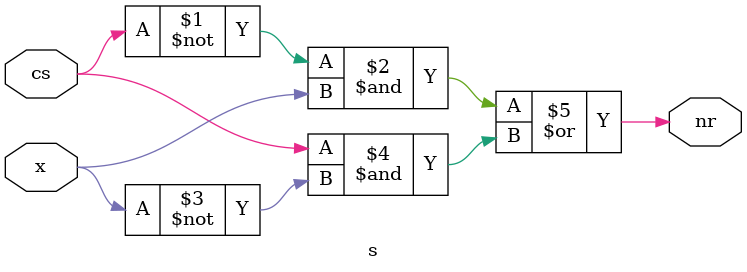
<source format=v>
module s(output nr, input cs, input x);

	assign nr = ((~cs) & x) | (cs & (~x));

endmodule

</source>
